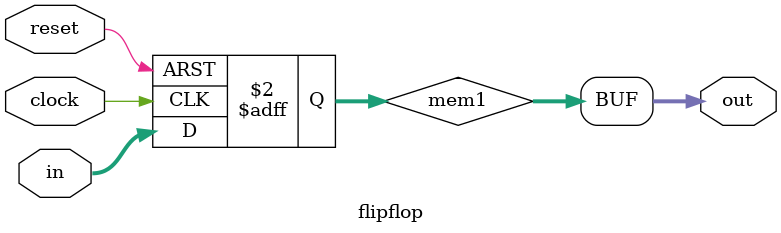
<source format=v>
module flipflop(in, clock, reset, out);
	parameter WIDTH = 8;
	input [WIDTH-1:0] in;
	input clock, reset;
	output [WIDTH-1:0] out;
	reg [WIDTH-1:0] mem1;
	
	/* Вот этот вариант не принял
	always @(posedge clock) mem1 <= in;
	always @(posedge reset) mem1 <= 0; */
	// А вот этот принял
	always @(posedge clock or posedge reset) begin 
		if (reset) mem1 <= 0;
		else mem1 <= in;
	end
	// в чём разница ? Я думал, это эквивалентно
	assign out = mem1;
endmodule

/*
module shift_register(data_in, clock, reset, data_out);
	parameter WIDTH = 8, LENGTH = 4;
	input [WIDTH-1:0] data_in;
	input clock, reset;
	output [WIDTH-1:0] data_out;
	wire [WIDTH-1:0] inter[0:LENGTH];
	generate
		genvar i;
		for (i = 0; i < LENGTH; i=i+1)
			flipflop#(WIDTH) f(inter[i], clock, reset, inter[i+1]);
	endgenerate
	assign inter[0] = data_in;
	assign data_out = inter[LENGTH];
endmodule

module test;
	reg clock;
	reg reset;
	reg [7:0]in;
	wire [7:0]out;
	shift_register#(8, 4) sr(in, clock, reset, out);
	// always #5 clock = ~clock;
	initial begin
		$monitor("%d | %d | %b | %b", in, out, clock, reset);
		clock = 0;
		reset = 0;
		#1 reset = 1; #1 clock = 1; #1 clock = 0;
		reset = 0; #1 clock = 1; #1 clock = 0; 
		in = 69; #1 clock = 1; #1 clock = 0; 
		in = 42; #1 clock = 1; #1 clock = 0; 
		in = 70; #1 clock = 1; #1 clock = 0;
		in = 111; #1 clock = 1; #1 clock = 0; #1 clock = 1; #1 clock = 0; #1 clock = 1; #1 clock = 1; #1 clock = 0; #1 clock = 1; #1 clock = 0; #1 clock = 1; 
		reset = 1; #1 clock = 0; #1 clock = 1; 
		reset = 0; in = 1; #1 clock = 1; #1 clock = 0; 
		in = 2; #1clock = 1; #1 clock = 0; 
		in = 3;#1 clock = 1; #1 clock = 0; 
		in = 4;#1 clock = 1; #1 clock = 0; 
		in = 5;#1 clock = 1; #1 clock = 0;
		in = 6; #1 clock = 1; #1 clock = 0;#1 clock = 1; 
		#1 clock = 0; #1 clock = 1; #1 clock = 0; 
		#1 clock = 1; #1 clock = 0; #1 clock = 1; 
		#1 clock = 0; #1 clock = 1; #1 clock = 0;
	end;
endmodule;
*/


</source>
